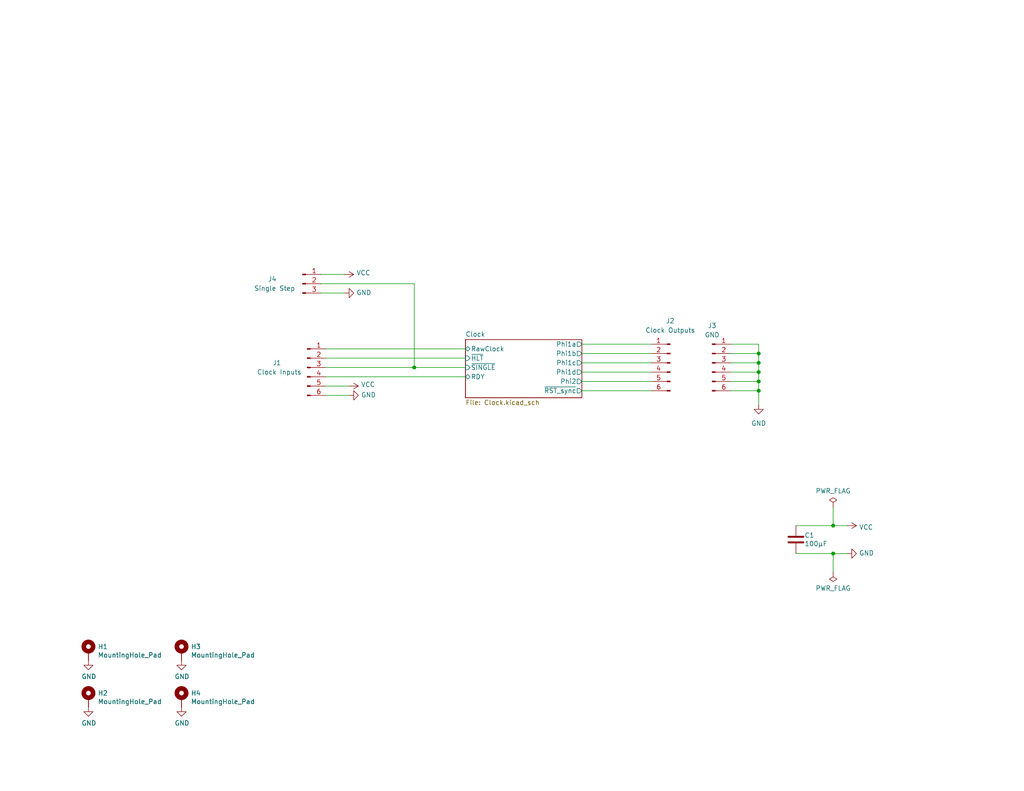
<source format=kicad_sch>
(kicad_sch (version 20250114) (generator "eeschema") (generator_version "9.0")
  (paper "USLetter")
  (title_block (title "Turtle16: Clock Module") (date "2023-10-15") (rev "D"))
  (lib_symbols
    (symbol "Connector:Conn_01x03_Pin" (pin_names (offset 1.016) (hide yes))
      (property "Reference" "J" (at 0 5.08 0))
      (property "Value" "Conn_01x03_Pin" (at 0 -5.08 0))
      (symbol "Conn_01x03_Pin_1_1"
        (rectangle (start 0.8636 2.667) (end 0 2.413) (stroke (width 0.1524)) (fill (type outline)))
        (rectangle (start 0.8636 0.127) (end 0 -0.127) (stroke (width 0.1524)) (fill (type outline)))
        (rectangle (start 0.8636 -2.413) (end 0 -2.667) (stroke (width 0.1524)) (fill (type outline)))
        (polyline (pts (xy 1.27 2.54) (xy 0.8636 2.54)) (stroke (width 0.1524)))
        (polyline (pts (xy 1.27 0) (xy 0.8636 0)) (stroke (width 0.1524)))
        (polyline (pts (xy 1.27 -2.54) (xy 0.8636 -2.54)) (stroke (width 0.1524)))
        (pin passive line (at 5.08 2.54 180) (length 3.81) (name "Pin_1") (number "1"))
        (pin passive line (at 5.08 0 180) (length 3.81) (name "Pin_2") (number "2"))
        (pin passive line (at 5.08 -2.54 180) (length 3.81) (name "Pin_3") (number "3"))
      )
    )
    (symbol "Connector:Conn_01x06_Pin" (pin_names (offset 1.016) (hide yes))
      (property "Reference" "J" (at 0 7.62 0))
      (property "Value" "Conn_01x06_Pin" (at 0 -10.16 0))
      (symbol "Conn_01x06_Pin_1_1"
        (rectangle (start 0.8636 5.207) (end 0 4.953) (stroke (width 0.1524)) (fill (type outline)))
        (rectangle (start 0.8636 2.667) (end 0 2.413) (stroke (width 0.1524)) (fill (type outline)))
        (rectangle (start 0.8636 0.127) (end 0 -0.127) (stroke (width 0.1524)) (fill (type outline)))
        (rectangle (start 0.8636 -2.413) (end 0 -2.667) (stroke (width 0.1524)) (fill (type outline)))
        (rectangle (start 0.8636 -4.953) (end 0 -5.207) (stroke (width 0.1524)) (fill (type outline)))
        (rectangle (start 0.8636 -7.493) (end 0 -7.747) (stroke (width 0.1524)) (fill (type outline)))
        (polyline (pts (xy 1.27 5.08) (xy 0.8636 5.08)) (stroke (width 0.1524)))
        (polyline (pts (xy 1.27 2.54) (xy 0.8636 2.54)) (stroke (width 0.1524)))
        (polyline (pts (xy 1.27 0) (xy 0.8636 0)) (stroke (width 0.1524)))
        (polyline (pts (xy 1.27 -2.54) (xy 0.8636 -2.54)) (stroke (width 0.1524)))
        (polyline (pts (xy 1.27 -5.08) (xy 0.8636 -5.08)) (stroke (width 0.1524)))
        (polyline (pts (xy 1.27 -7.62) (xy 0.8636 -7.62)) (stroke (width 0.1524)))
        (pin passive line (at 5.08 5.08 180) (length 3.81) (name "Pin_1") (number "1"))
        (pin passive line (at 5.08 2.54 180) (length 3.81) (name "Pin_2") (number "2"))
        (pin passive line (at 5.08 0 180) (length 3.81) (name "Pin_3") (number "3"))
        (pin passive line (at 5.08 -2.54 180) (length 3.81) (name "Pin_4") (number "4"))
        (pin passive line (at 5.08 -5.08 180) (length 3.81) (name "Pin_5") (number "5"))
        (pin passive line (at 5.08 -7.62 180) (length 3.81) (name "Pin_6") (number "6"))
      )
    )
    (symbol "Device:C" (pin_numbers (hide yes)) (pin_names (offset 0.254))
      (property "Reference" "C" (at 0.635 2.54 0))
      (property "Value" "C" (at 0.635 -2.54 0))
      (symbol "C_0_1"
        (polyline (pts (xy -2.032 0.762) (xy 2.032 0.762)) (stroke (width 0.508)))
        (polyline (pts (xy -2.032 -0.762) (xy 2.032 -0.762)) (stroke (width 0.508)))
      )
      (symbol "C_1_1"
        (pin passive line (at 0 3.81 270) (length 2.794) (name "~") (number "1"))
        (pin passive line (at 0 -3.81 90) (length 2.794) (name "~") (number "2"))
      )
    )
    (symbol "Mechanical:MountingHole_Pad" (pin_numbers (hide yes)) (pin_names (offset 1.016) (hide yes))
      (property "Reference" "H" (at 0 6.35 0))
      (property "Value" "MountingHole_Pad" (at 0 4.445 0))
      (symbol "MountingHole_Pad_0_1"
        (circle (center 0 1.27) (radius 1.27) (stroke (width 1.27)))
      )
      (symbol "MountingHole_Pad_1_1"
        (pin input line (at 0 -2.54 90) (length 2.54) (name "1") (number "1"))
      )
    )
    (symbol "power:GND" (power) (pin_names (offset 0))
      (property "Value" "GND" (at 0 -3.81 0))
      (symbol "GND_0_1"
        (polyline (pts (xy 0 0) (xy 0 -1.27) (xy 1.27 -1.27) (xy 0 -2.54) (xy -1.27 -1.27) (xy 0 -1.27)))
      )
      (symbol "GND_1_1"
        (pin power_in line (at 0 0 270) (length 0) (hide yes) (name "GND") (number "1"))
      )
    )
    (symbol "power:PWR_FLAG" (power) (pin_numbers (hide yes)) (pin_names (offset 0) (hide yes))
      (property "Value" "PWR_FLAG" (at 0 3.81 0))
      (symbol "PWR_FLAG_0_0"
        (pin power_out line (at 0 0 90) (length 0) (name "pwr") (number "1"))
      )
      (symbol "PWR_FLAG_0_1"
        (polyline (pts (xy 0 0) (xy 0 1.27) (xy -1.016 1.905) (xy 0 2.54) (xy 1.016 1.905) (xy 0 1.27)))
      )
    )
    (symbol "power:VCC" (power) (pin_names (offset 0))
      (property "Value" "VCC" (at 0 3.81 0))
      (symbol "VCC_0_1"
        (polyline (pts (xy -0.762 1.27) (xy 0 2.54)))
        (polyline (pts (xy 0 2.54) (xy 0.762 1.27)))
        (polyline (pts (xy 0 0) (xy 0 2.54)))
      )
      (symbol "VCC_1_1"
        (pin power_in line (at 0 0 90) (length 0) (hide yes) (name "VCC") (number "1"))
      )
    )
  )
  (junction (at 207.01 106.68))
  (junction (at 227.33 143.51))
  (junction (at 207.01 99.06))
  (junction (at 113.03 100.33))
  (junction (at 207.01 101.6))
  (junction (at 227.33 151.13))
  (junction (at 207.01 104.14))
  (junction (at 207.01 96.52))
  (wire (pts (xy 88.9 95.25) (xy 127 95.25)))
  (wire (pts (xy 227.33 138.43) (xy 227.33 143.51)))
  (wire (pts (xy 207.01 96.52) (xy 199.39 96.52)))
  (wire (pts (xy 87.63 80.01) (xy 93.98 80.01)))
  (wire (pts (xy 87.63 77.47) (xy 113.03 77.47)))
  (wire (pts (xy 207.01 101.6) (xy 207.01 104.14)))
  (wire (pts (xy 227.33 156.21) (xy 227.33 151.13)))
  (wire (pts (xy 88.9 100.33) (xy 113.03 100.33)))
  (wire (pts (xy 113.03 77.47) (xy 113.03 100.33)))
  (wire (pts (xy 158.75 104.14) (xy 177.8 104.14)))
  (wire (pts (xy 231.14 143.51) (xy 227.33 143.51)))
  (wire (pts (xy 88.9 97.79) (xy 127 97.79)))
  (wire (pts (xy 158.75 99.06) (xy 177.8 99.06)))
  (wire (pts (xy 207.01 104.14) (xy 199.39 104.14)))
  (wire (pts (xy 87.63 74.93) (xy 93.98 74.93)))
  (wire (pts (xy 207.01 104.14) (xy 207.01 106.68)))
  (wire (pts (xy 207.01 106.68) (xy 199.39 106.68)))
  (wire (pts (xy 88.9 107.95) (xy 95.25 107.95)))
  (wire (pts (xy 207.01 93.98) (xy 199.39 93.98)))
  (wire (pts (xy 217.17 151.13) (xy 227.33 151.13)))
  (wire (pts (xy 158.75 93.98) (xy 177.8 93.98)))
  (wire (pts (xy 207.01 101.6) (xy 199.39 101.6)))
  (wire (pts (xy 207.01 93.98) (xy 207.01 96.52)))
  (wire (pts (xy 158.75 101.6) (xy 177.8 101.6)))
  (wire (pts (xy 207.01 99.06) (xy 207.01 101.6)))
  (wire (pts (xy 227.33 151.13) (xy 231.14 151.13)))
  (wire (pts (xy 158.75 96.52) (xy 177.8 96.52)))
  (wire (pts (xy 158.75 106.68) (xy 177.8 106.68)))
  (wire (pts (xy 217.17 143.51) (xy 227.33 143.51)))
  (wire (pts (xy 113.03 100.33) (xy 127 100.33)))
  (wire (pts (xy 207.01 99.06) (xy 199.39 99.06)))
  (wire (pts (xy 207.01 96.52) (xy 207.01 99.06)))
  (wire (pts (xy 95.25 105.41) (xy 88.9 105.41)))
  (wire (pts (xy 207.01 106.68) (xy 207.01 110.49)))
  (wire (pts (xy 88.9 102.87) (xy 127 102.87)))
  (symbol (lib_id "Mechanical:MountingHole_Pad") (at 49.53 190.5 0) (unit 1)
    (property "Reference" "H4" (at 52.07 189.2554 0) (effects (justify left)))
    (property "Value" "MountingHole_Pad" (at 52.07 191.5668 0) (effects (justify left)))
    (property "Footprint" "MountingHole:MountingHole_3.2mm_M3_Pad" (effects (hide yes)))
  )
  (symbol (lib_id "Connector:Conn_01x06_Pin") (at 83.82 100.33 0) (unit 1)
    (property "Reference" "J1" (at 75.565 99.06 0))
    (property "Value" "Clock Inputs" (at 76.2 101.6 0))
    (property "Footprint" "Connector_PinHeader_2.54mm:PinHeader_1x06_P2.54mm_Vertical" (effects (hide yes)))
  )
  (symbol (lib_id "Connector:Conn_01x06_Pin") (at 194.31 99.06 0) (unit 1)
    (property "Reference" "J3" (at 194.31 88.9 0))
    (property "Value" "GND" (at 194.31 91.44 0))
    (property "Footprint" "Connector_PinHeader_2.54mm:PinHeader_1x06_P2.54mm_Vertical" (effects (hide yes)))
  )
  (symbol (lib_id "power:GND") (at 49.53 180.34 0) (unit 1)
    (property "Reference" "#PWR03" (effects (hide yes)))
    (property "Value" "GND" (at 49.657 184.7342 0))
  )
  (symbol (lib_id "power:GND") (at 24.13 180.34 0) (unit 1)
    (property "Reference" "#PWR01" (effects (hide yes)))
    (property "Value" "GND" (at 24.257 184.7342 0))
  )
  (symbol (lib_id "power:PWR_FLAG") (at 227.33 156.21 180) (unit 1)
    (property "Reference" "#FLG02" (effects (hide yes)))
    (property "Value" "PWR_FLAG" (at 227.33 160.6042 0))
  )
  (symbol (lib_id "power:VCC") (at 93.98 74.93 270) (mirror x) (unit 1)
    (property "Reference" "#PWR035" (effects (hide yes)))
    (property "Value" "VCC" (at 97.2312 74.4982 90) (effects (justify left)))
  )
  (symbol (lib_id "power:GND") (at 49.53 193.04 0) (unit 1)
    (property "Reference" "#PWR04" (effects (hide yes)))
    (property "Value" "GND" (at 49.657 197.4342 0))
  )
  (symbol (lib_id "power:GND") (at 93.98 80.01 90) (unit 1)
    (property "Reference" "#PWR036" (effects (hide yes)))
    (property "Value" "GND" (at 97.2312 79.883 90) (effects (justify right)))
  )
  (symbol (lib_id "Mechanical:MountingHole_Pad") (at 24.13 177.8 0) (unit 1)
    (property "Reference" "H1" (at 26.67 176.5554 0) (effects (justify left)))
    (property "Value" "MountingHole_Pad" (at 26.67 178.8668 0) (effects (justify left)))
    (property "Footprint" "MountingHole:MountingHole_3.2mm_M3_Pad" (effects (hide yes)))
  )
  (symbol (lib_id "Connector:Conn_01x03_Pin") (at 82.55 77.47 0) (unit 1)
    (property "Reference" "J4" (at 74.295 76.2 0))
    (property "Value" "Single Step" (at 74.93 78.74 0))
    (property "Footprint" "Connector_PinHeader_2.54mm:PinHeader_1x03_P2.54mm_Vertical" (effects (hide yes)))
  )
  (symbol (lib_id "power:GND") (at 95.25 107.95 90) (unit 1)
    (property "Reference" "#PWR06" (effects (hide yes)))
    (property "Value" "GND" (at 98.5012 107.823 90) (effects (justify right)))
  )
  (symbol (lib_id "Mechanical:MountingHole_Pad") (at 24.13 190.5 0) (unit 1)
    (property "Reference" "H2" (at 26.67 189.2554 0) (effects (justify left)))
    (property "Value" "MountingHole_Pad" (at 26.67 191.5668 0) (effects (justify left)))
    (property "Footprint" "MountingHole:MountingHole_3.2mm_M3_Pad" (effects (hide yes)))
  )
  (symbol (lib_id "power:GND") (at 231.14 151.13 90) (unit 1)
    (property "Reference" "#PWR09" (effects (hide yes)))
    (property "Value" "GND" (at 234.3912 151.003 90) (effects (justify right)))
  )
  (symbol (lib_id "power:GND") (at 24.13 193.04 0) (unit 1)
    (property "Reference" "#PWR02" (effects (hide yes)))
    (property "Value" "GND" (at 24.257 197.4342 0))
  )
  (symbol (lib_id "power:GND") (at 207.01 110.49 0) (mirror y) (unit 1)
    (property "Reference" "#PWR07" (effects (hide yes)))
    (property "Value" "GND" (at 207.01 115.57 0))
  )
  (symbol (lib_id "power:PWR_FLAG") (at 227.33 138.43 0) (unit 1)
    (property "Reference" "#FLG01" (effects (hide yes)))
    (property "Value" "PWR_FLAG" (at 227.33 134.0358 0))
  )
  (symbol (lib_id "Connector:Conn_01x06_Pin") (at 182.88 99.06 0) (mirror y) (unit 1)
    (property "Reference" "J2" (at 182.88 87.63 0))
    (property "Value" "Clock Outputs" (at 182.88 90.17 0))
    (property "Footprint" "Connector_PinHeader_2.54mm:PinHeader_1x06_P2.54mm_Vertical" (effects (hide yes)))
  )
  (symbol (lib_id "power:VCC") (at 95.25 105.41 270) (mirror x) (unit 1)
    (property "Reference" "#PWR05" (effects (hide yes)))
    (property "Value" "VCC" (at 98.5012 104.9782 90) (effects (justify left)))
  )
  (symbol (lib_id "Device:C") (at 217.17 147.32 0) (unit 1)
    (property "Reference" "C1" (at 219.5068 146.1516 0) (effects (justify left)))
    (property "Value" "100µF" (at 219.5068 148.463 0) (effects (justify left)))
    (property "Footprint" "Capacitor_SMD:C_1206_3216Metric_Pad1.33x1.80mm_HandSolder" (effects (hide yes)))
    (property "Mouser" "https://www.mouser.com/ProductDetail/963-AMK316ABJ107ML-T" (effects (hide yes)))
  )
  (symbol (lib_id "power:VCC") (at 231.14 143.51 270) (unit 1)
    (property "Reference" "#PWR08" (effects (hide yes)))
    (property "Value" "VCC" (at 234.3912 143.9418 90) (effects (justify left)))
  )
  (symbol (lib_id "Mechanical:MountingHole_Pad") (at 49.53 177.8 0) (unit 1)
    (property "Reference" "H3" (at 52.07 176.5554 0) (effects (justify left)))
    (property "Value" "MountingHole_Pad" (at 52.07 178.8668 0) (effects (justify left)))
    (property "Footprint" "MountingHole:MountingHole_3.2mm_M3_Pad" (effects (hide yes)))
  )
  (sheet (at 127 92.71) (size 31.75 15.875) (stroke (width 0.1524))
    (property "Sheetname" "Clock" (at 127 91.9984 0) (effects (justify left bottom)))
    (property "Sheetfile" "Clock.kicad_sch" (at 127 109.1696 0) (effects (justify left top)))
    (pin "RawClock" bidirectional (at 127 95.25 180))
    (pin "~{HLT}" input (at 127 97.79 180))
    (pin "Phi1a" output (at 158.75 93.98 0))
    (pin "Phi1b" output (at 158.75 96.52 0))
    (pin "Phi2" output (at 158.75 104.14 0))
    (pin "Phi1d" output (at 158.75 101.6 0))
    (pin "Phi1c" output (at 158.75 99.06 0))
    (pin "RDY" tri_state (at 127 102.87 180))
    (pin "~{RST_sync}" output (at 158.75 106.68 0))
    (pin "~{SINGLE}" input (at 127 100.33 180))
  )
)
</source>
